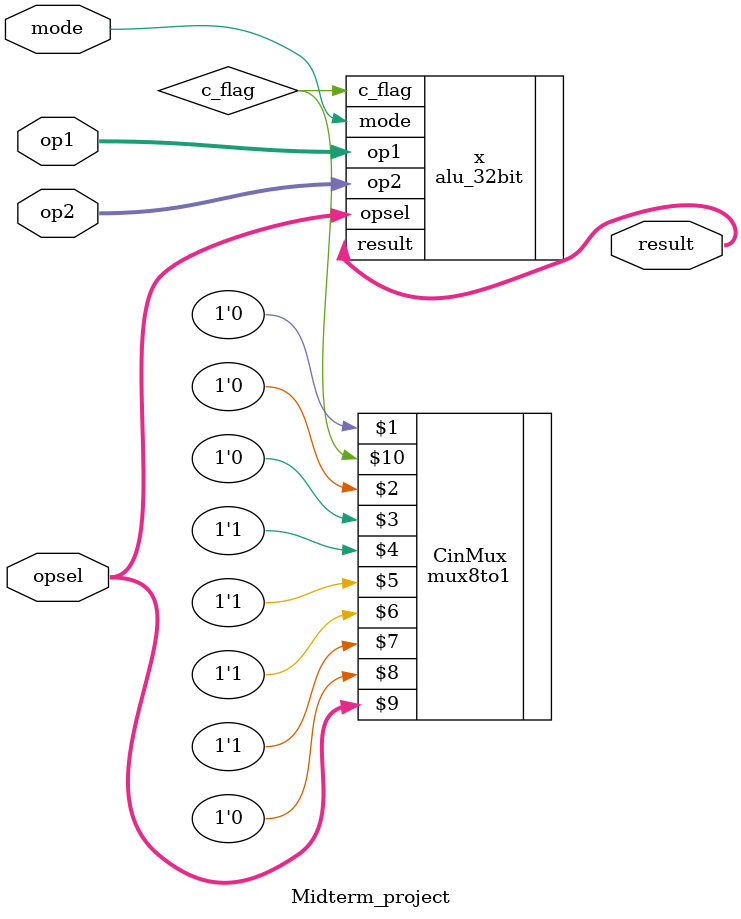
<source format=sv>
`timescale 1ns / 1ps


module Midterm_project(op1 , op2 , opsel , mode , result);

    input  logic [31:0] op1 ;
    input  logic [31:0] op2 ;
    input  logic [ 2:0]         opsel ;
    input  logic                mode ;
    logic         c_flag ; 
    output logic [31:0] result ;
    
    mux8to1 CinMux(1'b0, 1'b0, 1'b0, 1'b1, 1'b1, 1'b1, 1'b1, 1'b0, opsel, c_flag);
    
    alu_32bit x(.op1(op1), .op2(op2), .opsel(opsel), .mode(mode), 
        .result(result), .c_flag(c_flag));
        
endmodule

</source>
